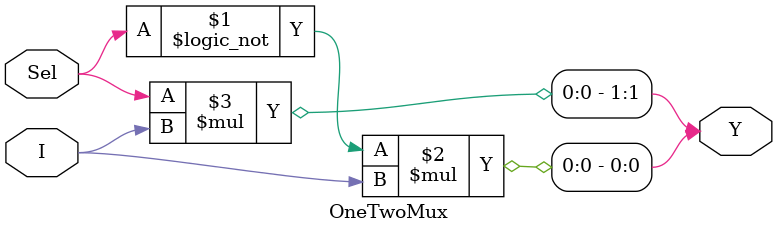
<source format=v>
module OneTwoMux (
    input I,
    input Sel,
    output [1:0] Y
);

  assign Y[0] = (!Sel) * I;
  assign Y[1] = Sel * I;

endmodule

</source>
